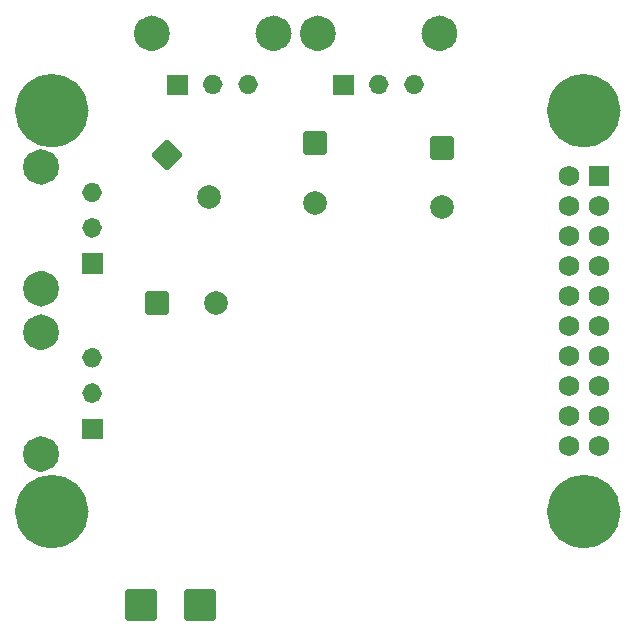
<source format=gbr>
%TF.GenerationSoftware,KiCad,Pcbnew,9.0.6*%
%TF.CreationDate,2026-02-27T09:44:12+00:00*%
%TF.ProjectId,KicadProject,4b696361-6450-4726-9f6a-6563742e6b69,rev?*%
%TF.SameCoordinates,Original*%
%TF.FileFunction,Soldermask,Bot*%
%TF.FilePolarity,Negative*%
%FSLAX46Y46*%
G04 Gerber Fmt 4.6, Leading zero omitted, Abs format (unit mm)*
G04 Created by KiCad (PCBNEW 9.0.6) date 2026-02-27 09:44:12*
%MOMM*%
%LPD*%
G01*
G04 APERTURE LIST*
G04 Aperture macros list*
%AMRoundRect*
0 Rectangle with rounded corners*
0 $1 Rounding radius*
0 $2 $3 $4 $5 $6 $7 $8 $9 X,Y pos of 4 corners*
0 Add a 4 corners polygon primitive as box body*
4,1,4,$2,$3,$4,$5,$6,$7,$8,$9,$2,$3,0*
0 Add four circle primitives for the rounded corners*
1,1,$1+$1,$2,$3*
1,1,$1+$1,$4,$5*
1,1,$1+$1,$6,$7*
1,1,$1+$1,$8,$9*
0 Add four rect primitives between the rounded corners*
20,1,$1+$1,$2,$3,$4,$5,0*
20,1,$1+$1,$4,$5,$6,$7,0*
20,1,$1+$1,$6,$7,$8,$9,0*
20,1,$1+$1,$8,$9,$2,$3,0*%
G04 Aperture macros list end*
%ADD10C,3.100000*%
%ADD11C,1.531200*%
%ADD12C,0.836200*%
%ADD13C,0.010000*%
%ADD14RoundRect,0.250000X-0.750000X0.750000X-0.750000X-0.750000X0.750000X-0.750000X0.750000X0.750000X0*%
%ADD15C,2.000000*%
%ADD16RoundRect,0.250000X-1.060660X0.000000X0.000000X-1.060660X1.060660X0.000000X0.000000X1.060660X0*%
%ADD17RoundRect,0.102000X-1.210650X-1.210650X1.210650X-1.210650X1.210650X1.210650X-1.210650X1.210650X0*%
%ADD18RoundRect,0.250000X-0.750000X-0.750000X0.750000X-0.750000X0.750000X0.750000X-0.750000X0.750000X0*%
%ADD19RoundRect,0.102000X0.762000X-0.762000X0.762000X0.762000X-0.762000X0.762000X-0.762000X-0.762000X0*%
%ADD20C,1.728000*%
G04 APERTURE END LIST*
D10*
X214319020Y-79359426D02*
G75*
G02*
X211219020Y-79359426I-1550000J0D01*
G01*
X211219020Y-79359426D02*
G75*
G02*
X214319020Y-79359426I1550000J0D01*
G01*
X169274378Y-79359426D02*
G75*
G02*
X166174378Y-79359426I-1550000J0D01*
G01*
X166174378Y-79359426D02*
G75*
G02*
X169274378Y-79359426I1550000J0D01*
G01*
X169274378Y-113300552D02*
G75*
G02*
X166174378Y-113300552I-1550000J0D01*
G01*
X166174378Y-113300552D02*
G75*
G02*
X169274378Y-113300552I1550000J0D01*
G01*
X214319020Y-113300552D02*
G75*
G02*
X211219020Y-113300552I-1550000J0D01*
G01*
X211219020Y-113300552D02*
G75*
G02*
X214319020Y-113300552I1550000J0D01*
G01*
D11*
%TO.C,J2*%
X167579850Y-84124941D02*
G75*
G02*
X166048650Y-84124941I-765600J0D01*
G01*
X166048650Y-84124941D02*
G75*
G02*
X167579850Y-84124941I765600J0D01*
G01*
X167579850Y-94424941D02*
G75*
G02*
X166048650Y-94424941I-765600J0D01*
G01*
X166048650Y-94424941D02*
G75*
G02*
X167579850Y-94424941I765600J0D01*
G01*
D12*
X171552350Y-86274941D02*
G75*
G02*
X170716150Y-86274941I-418100J0D01*
G01*
X170716150Y-86274941D02*
G75*
G02*
X171552350Y-86274941I418100J0D01*
G01*
X171552350Y-89274941D02*
G75*
G02*
X170716150Y-89274941I-418100J0D01*
G01*
X170716150Y-89274941D02*
G75*
G02*
X171552350Y-89274941I418100J0D01*
G01*
D13*
X171970450Y-93111141D02*
X170298050Y-93111141D01*
X170298050Y-91438741D01*
X171970450Y-91438741D01*
X171970450Y-93111141D01*
G36*
X171970450Y-93111141D02*
G01*
X170298050Y-93111141D01*
X170298050Y-91438741D01*
X171970450Y-91438741D01*
X171970450Y-93111141D01*
G37*
D11*
%TO.C,J3*%
X167579850Y-98124941D02*
G75*
G02*
X166048650Y-98124941I-765600J0D01*
G01*
X166048650Y-98124941D02*
G75*
G02*
X167579850Y-98124941I765600J0D01*
G01*
X167579850Y-108424941D02*
G75*
G02*
X166048650Y-108424941I-765600J0D01*
G01*
X166048650Y-108424941D02*
G75*
G02*
X167579850Y-108424941I765600J0D01*
G01*
D12*
X171552350Y-100274941D02*
G75*
G02*
X170716150Y-100274941I-418100J0D01*
G01*
X170716150Y-100274941D02*
G75*
G02*
X171552350Y-100274941I418100J0D01*
G01*
X171552350Y-103274941D02*
G75*
G02*
X170716150Y-103274941I-418100J0D01*
G01*
X170716150Y-103274941D02*
G75*
G02*
X171552350Y-103274941I418100J0D01*
G01*
D13*
X171970450Y-107111141D02*
X170298050Y-107111141D01*
X170298050Y-105438741D01*
X171970450Y-105438741D01*
X171970450Y-107111141D01*
G36*
X171970450Y-107111141D02*
G01*
X170298050Y-107111141D01*
X170298050Y-105438741D01*
X171970450Y-105438741D01*
X171970450Y-107111141D01*
G37*
D11*
%TO.C,J4*%
X191015600Y-72814250D02*
G75*
G02*
X189484400Y-72814250I-765600J0D01*
G01*
X189484400Y-72814250D02*
G75*
G02*
X191015600Y-72814250I765600J0D01*
G01*
D12*
X195818100Y-77134250D02*
G75*
G02*
X194981900Y-77134250I-418100J0D01*
G01*
X194981900Y-77134250D02*
G75*
G02*
X195818100Y-77134250I418100J0D01*
G01*
X198818100Y-77134250D02*
G75*
G02*
X197981900Y-77134250I-418100J0D01*
G01*
X197981900Y-77134250D02*
G75*
G02*
X198818100Y-77134250I418100J0D01*
G01*
D11*
X201315600Y-72814250D02*
G75*
G02*
X199784400Y-72814250I-765600J0D01*
G01*
X199784400Y-72814250D02*
G75*
G02*
X201315600Y-72814250I765600J0D01*
G01*
D13*
X193236200Y-77970450D02*
X191563800Y-77970450D01*
X191563800Y-76298050D01*
X193236200Y-76298050D01*
X193236200Y-77970450D01*
G36*
X193236200Y-77970450D02*
G01*
X191563800Y-77970450D01*
X191563800Y-76298050D01*
X193236200Y-76298050D01*
X193236200Y-77970450D01*
G37*
D11*
%TO.C,J6*%
X176965600Y-72814250D02*
G75*
G02*
X175434400Y-72814250I-765600J0D01*
G01*
X175434400Y-72814250D02*
G75*
G02*
X176965600Y-72814250I765600J0D01*
G01*
D12*
X181768100Y-77134250D02*
G75*
G02*
X180931900Y-77134250I-418100J0D01*
G01*
X180931900Y-77134250D02*
G75*
G02*
X181768100Y-77134250I418100J0D01*
G01*
X184768100Y-77134250D02*
G75*
G02*
X183931900Y-77134250I-418100J0D01*
G01*
X183931900Y-77134250D02*
G75*
G02*
X184768100Y-77134250I418100J0D01*
G01*
D11*
X187265600Y-72814250D02*
G75*
G02*
X185734400Y-72814250I-765600J0D01*
G01*
X185734400Y-72814250D02*
G75*
G02*
X187265600Y-72814250I765600J0D01*
G01*
D13*
X179186200Y-77970450D02*
X177513800Y-77970450D01*
X177513800Y-76298050D01*
X179186200Y-76298050D01*
X179186200Y-77970450D01*
G36*
X179186200Y-77970450D02*
G01*
X177513800Y-77970450D01*
X177513800Y-76298050D01*
X179186200Y-76298050D01*
X179186200Y-77970450D01*
G37*
%TD*%
D14*
%TO.C,C16*%
X190000000Y-82132323D03*
D15*
X190000000Y-87132323D03*
%TD*%
D16*
%TO.C,C18*%
X177482233Y-83091386D03*
D15*
X181017767Y-86626920D03*
%TD*%
D17*
%TO.C,J7*%
X175273500Y-121238650D03*
X180273500Y-121238650D03*
%TD*%
D14*
%TO.C,C19*%
X200750000Y-82500000D03*
D15*
X200750000Y-87500000D03*
%TD*%
D18*
%TO.C,C20*%
X176632323Y-95667505D03*
D15*
X181632323Y-95667505D03*
%TD*%
D19*
%TO.C,J5*%
X214030839Y-84906927D03*
D20*
X211490839Y-84906927D03*
X214030839Y-87446927D03*
X211490839Y-87446927D03*
X214030839Y-89986927D03*
X211490839Y-89986927D03*
X214030839Y-92526927D03*
X211490839Y-92526927D03*
X214030839Y-95066927D03*
X211490839Y-95066927D03*
X214030839Y-97606927D03*
X211490839Y-97606927D03*
X214030839Y-100146927D03*
X211490839Y-100146927D03*
X214030839Y-102686927D03*
X211490839Y-102686927D03*
X214030839Y-105226927D03*
X211490839Y-105226927D03*
X214030839Y-107766927D03*
X211490839Y-107766927D03*
%TD*%
M02*

</source>
